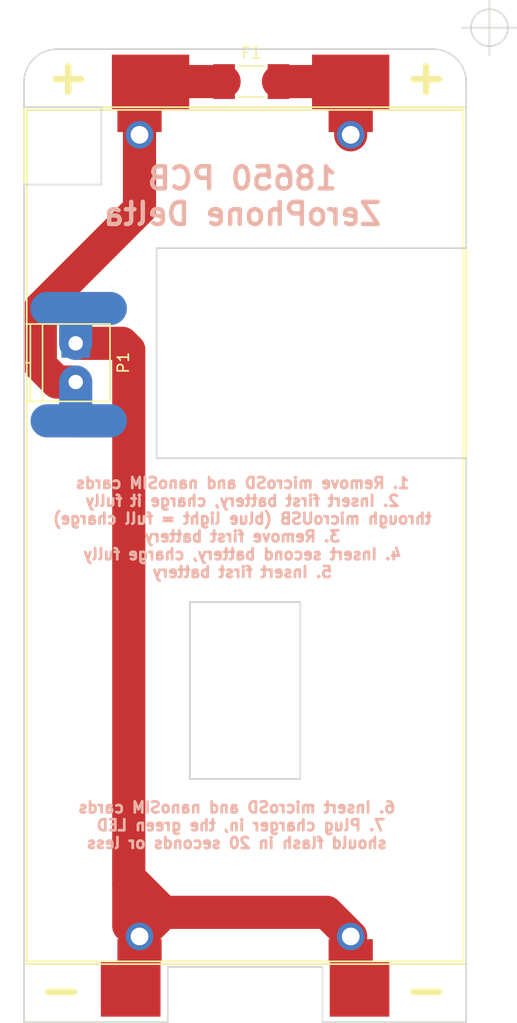
<source format=kicad_pcb>
(kicad_pcb (version 4) (host pcbnew 4.0.6)

  (general
    (links 13)
    (no_connects 0)
    (area 129.924999 55.924999 170.075001 144.075001)
    (thickness 1.6)
    (drawings 30)
    (tracks 34)
    (zones 0)
    (modules 4)
    (nets 4)
  )

  (page A4)
  (layers
    (0 F.Cu signal)
    (31 B.Cu signal)
    (32 B.Adhes user)
    (33 F.Adhes user)
    (34 B.Paste user)
    (35 F.Paste user)
    (36 B.SilkS user)
    (37 F.SilkS user)
    (38 B.Mask user)
    (39 F.Mask user)
    (40 Dwgs.User user)
    (41 Cmts.User user)
    (42 Eco1.User user)
    (43 Eco2.User user)
    (44 Edge.Cuts user)
    (45 Margin user)
    (46 B.CrtYd user)
    (47 F.CrtYd user)
    (48 B.Fab user)
    (49 F.Fab user)
  )

  (setup
    (last_trace_width 3)
    (user_trace_width 3)
    (trace_clearance 0.2)
    (zone_clearance 0.508)
    (zone_45_only no)
    (trace_min 0.2)
    (segment_width 0.2)
    (edge_width 0.15)
    (via_size 0.6)
    (via_drill 0.4)
    (via_min_size 0.4)
    (via_min_drill 0.3)
    (uvia_size 0.3)
    (uvia_drill 0.1)
    (uvias_allowed no)
    (uvia_min_size 0.2)
    (uvia_min_drill 0.1)
    (pcb_text_width 0.3)
    (pcb_text_size 1.5 1.5)
    (mod_edge_width 0.15)
    (mod_text_size 1 1)
    (mod_text_width 0.15)
    (pad_size 2.6 2.6)
    (pad_drill 1.3)
    (pad_to_mask_clearance 0.2)
    (aux_axis_origin 172.09902 54.05724)
    (grid_origin 172.09902 54.05724)
    (visible_elements 7FFFFF7F)
    (pcbplotparams
      (layerselection 0x010f0_80000001)
      (usegerberextensions true)
      (usegerberattributes true)
      (excludeedgelayer true)
      (linewidth 0.200000)
      (plotframeref false)
      (viasonmask false)
      (mode 1)
      (useauxorigin false)
      (hpglpennumber 1)
      (hpglpenspeed 20)
      (hpglpendiameter 15)
      (hpglpenoverlay 2)
      (psnegative false)
      (psa4output false)
      (plotreference false)
      (plotvalue false)
      (plotinvisibletext false)
      (padsonsilk false)
      (subtractmaskfromsilk false)
      (outputformat 1)
      (mirror false)
      (drillshape 0)
      (scaleselection 1)
      (outputdirectory gerbers/))
  )

  (net 0 "")
  (net 1 "Net-(BT1-Pad1)")
  (net 2 "Net-(BT1-Pad3)")
  (net 3 "Net-(BT1-Pad2)")

  (net_class Default "This is the default net class."
    (clearance 0.2)
    (trace_width 0.25)
    (via_dia 0.6)
    (via_drill 0.4)
    (uvia_dia 0.3)
    (uvia_drill 0.1)
    (add_net "Net-(BT1-Pad1)")
    (add_net "Net-(BT1-Pad2)")
    (add_net "Net-(BT1-Pad3)")
  )

  (module footprints:BLM_18650_PC4 (layer F.Cu) (tedit 59A8AD24) (tstamp 590D15A9)
    (at 150 100)
    (path /590D1DD3)
    (fp_text reference BT2 (at -17.67586 39.70804) (layer F.SilkS) hide
      (effects (font (size 1 1) (thickness 0.15)))
    )
    (fp_text value 2x_Battery_Holder (at -0.12138 -27.49196) (layer B.Fab) hide
      (effects (font (size 1 1) (thickness 0.15)) (justify mirror))
    )
    (fp_line (start -20 -38.75) (end -20 38.75) (layer F.SilkS) (width 0.15))
    (fp_line (start -20 38.75) (end 20 38.75) (layer F.SilkS) (width 0.15))
    (fp_line (start 20 -38.75) (end 20 38.75) (layer F.SilkS) (width 0.15))
    (fp_line (start -20 -38.75) (end 20 -38.75) (layer F.SilkS) (width 0.15))
    (pad 1 thru_hole circle (at -9.55 -36.25) (size 2.5 2.5) (drill 1.6) (layers *.Cu *.Mask)
      (net 1 "Net-(BT1-Pad1)"))
    (pad 2 thru_hole circle (at 9.55 -36.25) (size 2.5 2.5) (drill 1.6) (layers *.Cu *.Mask)
      (net 3 "Net-(BT1-Pad2)"))
    (pad 3 thru_hole circle (at -9.55 36.25) (size 2.5 2.5) (drill 1.6) (layers *.Cu *.Mask)
      (net 2 "Net-(BT1-Pad3)"))
    (pad 4 thru_hole circle (at 9.55 36.25) (size 2.5 2.5) (drill 1.6) (layers *.Cu *.Mask)
      (net 2 "Net-(BT1-Pad3)"))
  )

  (module footprints:KEYSTONE_1048 (layer F.Cu) (tedit 59A8AD20) (tstamp 590D2338)
    (at 150 100)
    (path /590D1921)
    (fp_text reference BT1 (at -17.62138 37.30804) (layer F.SilkS) hide
      (effects (font (size 1 1) (thickness 0.15)))
    )
    (fp_text value 2x_Battery_Holder (at 0.37862 -29.59196) (layer F.Fab) hide
      (effects (font (size 1 1) (thickness 0.15)))
    )
    (fp_line (start -19.75 -38.5) (end -19.75 38.5) (layer F.SilkS) (width 0.15))
    (fp_line (start -19.75 38.5) (end 19.75 38.5) (layer F.SilkS) (width 0.15))
    (fp_line (start 19.75 -38.5) (end 19.75 38.5) (layer F.SilkS) (width 0.15))
    (fp_line (start -19.75 -38.5) (end 19.75 -38.5) (layer F.SilkS) (width 0.15))
    (pad 1 smd rect (at -8.55 -41) (size 7 5) (layers F.Cu F.Paste F.Mask)
      (net 1 "Net-(BT1-Pad1)"))
    (pad 2 smd rect (at 9.55 -41) (size 7 5) (layers F.Cu F.Paste F.Mask)
      (net 3 "Net-(BT1-Pad2)"))
    (pad 3 smd rect (at -10.35 41) (size 5.4 5) (layers F.Cu F.Paste F.Mask)
      (net 2 "Net-(BT1-Pad3)"))
    (pad 4 smd rect (at 10.35 41) (size 5.4 5) (layers F.Cu F.Paste F.Mask)
      (net 2 "Net-(BT1-Pad3)"))
    (pad "" np_thru_hole circle (at 17.2 -36) (size 1.7 1.7) (drill 1.7) (layers *.Cu *.Mask))
    (pad "" np_thru_hole circle (at -17.5 -27.5) (size 3 3) (drill 3) (layers *.Cu *.Mask))
    (pad "" np_thru_hole circle (at 17.5 27.5) (size 3 3) (drill 3) (layers *.Cu *.Mask))
    (pad 1 smd rect (at -9.55 -37.5) (size 4 2) (layers F.Cu F.Paste F.Mask)
      (net 1 "Net-(BT1-Pad1)"))
    (pad 2 smd rect (at 9.55 -37.5) (size 4 2) (layers F.Cu F.Paste F.Mask)
      (net 3 "Net-(BT1-Pad2)"))
    (pad 3 smd rect (at -9.55 37.5) (size 4 2) (layers F.Cu F.Paste F.Mask)
      (net 2 "Net-(BT1-Pad3)"))
    (pad 4 smd rect (at 9.55 37.5) (size 4 2) (layers F.Cu F.Paste F.Mask)
      (net 2 "Net-(BT1-Pad3)"))
  )

  (module Terminal_Blocks:TerminalBlock_Pheonix_PT-3.5mm_2pol (layer F.Cu) (tedit 59A89AF0) (tstamp 590D20A7)
    (at 134.67862 82.60804 270)
    (descr "2-way 3.5mm pitch terminal block, Phoenix PT series")
    (path /590D1D4A)
    (fp_text reference P1 (at 1.75 -4.3 270) (layer F.SilkS)
      (effects (font (size 1 1) (thickness 0.15)))
    )
    (fp_text value CONN_01X02 (at 1.75 6 270) (layer F.Fab)
      (effects (font (size 1 1) (thickness 0.15)))
    )
    (fp_line (start -1.9 -3.3) (end 5.4 -3.3) (layer F.CrtYd) (width 0.05))
    (fp_line (start -1.9 4.7) (end -1.9 -3.3) (layer F.CrtYd) (width 0.05))
    (fp_line (start 5.4 4.7) (end -1.9 4.7) (layer F.CrtYd) (width 0.05))
    (fp_line (start 5.4 -3.3) (end 5.4 4.7) (layer F.CrtYd) (width 0.05))
    (fp_line (start 1.75 4.1) (end 1.75 4.5) (layer F.SilkS) (width 0.15))
    (fp_line (start -1.75 3) (end 5.25 3) (layer F.SilkS) (width 0.15))
    (fp_line (start -1.75 4.1) (end 5.25 4.1) (layer F.SilkS) (width 0.15))
    (fp_line (start -1.75 -3.1) (end -1.75 4.5) (layer F.SilkS) (width 0.15))
    (fp_line (start 5.25 4.5) (end 5.25 -3.1) (layer F.SilkS) (width 0.15))
    (fp_line (start 5.25 -3.1) (end -1.75 -3.1) (layer F.SilkS) (width 0.15))
    (pad 2 thru_hole circle (at 3.5 0 270) (size 2.6 2.6) (drill 1.3) (layers *.Cu *.Mask)
      (net 1 "Net-(BT1-Pad1)"))
    (pad 1 thru_hole rect (at 0 0 270) (size 2.6 2.6) (drill 1.3) (layers *.Cu *.Mask)
      (net 2 "Net-(BT1-Pad3)"))
  )

  (module Fuse_Holders_and_Fuses:Fuse_0679H (layer F.Cu) (tedit 581264AC) (tstamp 59A89C3E)
    (at 150.55982 58.93404)
    (descr "0679H Series, 2410 Size")
    (tags Fuse)
    (path /59A89BD5)
    (attr smd)
    (fp_text reference F1 (at 0 -2.6) (layer F.SilkS)
      (effects (font (size 1 1) (thickness 0.15)))
    )
    (fp_text value 1A (at 0 2.6) (layer F.Fab)
      (effects (font (size 1 1) (thickness 0.15)))
    )
    (fp_line (start -3.7 1.85) (end -3.7 -1.85) (layer F.CrtYd) (width 0.05))
    (fp_line (start 3.7 1.85) (end -3.7 1.85) (layer F.CrtYd) (width 0.05))
    (fp_line (start 3.7 -1.85) (end 3.7 1.85) (layer F.CrtYd) (width 0.05))
    (fp_line (start -3.7 -1.85) (end 3.7 -1.85) (layer F.CrtYd) (width 0.05))
    (fp_line (start -1.2 1.4) (end 1.2 1.4) (layer F.SilkS) (width 0.12))
    (fp_line (start -1.2 -1.4) (end 1.2 -1.4) (layer F.SilkS) (width 0.12))
    (fp_line (start -3.05 1.27) (end -3.05 -1.27) (layer F.Fab) (width 0.1))
    (fp_line (start 3.05 1.27) (end -3.05 1.27) (layer F.Fab) (width 0.1))
    (fp_line (start 3.05 -1.27) (end 3.05 1.27) (layer F.Fab) (width 0.1))
    (fp_line (start -3.05 -1.27) (end 3.05 -1.27) (layer F.Fab) (width 0.1))
    (pad 2 smd rect (at 2.46 0) (size 1.96 3.15) (layers F.Cu F.Paste F.Mask)
      (net 3 "Net-(BT1-Pad2)"))
    (pad 1 smd rect (at -2.46 0) (size 1.96 3.15) (layers F.Cu F.Paste F.Mask)
      (net 1 "Net-(BT1-Pad1)"))
  )

  (gr_text "6. Insert microSD and nanoSIM cards\n7. Plug charger in, the green LED \nshould flash in 20 seconds or less" (at 149.23902 126.19324) (layer B.SilkS)
    (effects (font (size 1 1) (thickness 0.25)) (justify mirror))
  )
  (gr_text "1. Remove microSD and nanoSIM cards\n2. Insert first battery, charge it fully\nthrough microUSB (blue light = full charge)\n3. Remove first battery\n4. Insert second battery, charge fully\n5. Insert first battery" (at 149.74702 99.26924) (layer B.SilkS)
    (effects (font (size 1 1) (thickness 0.25)) (justify mirror))
  )
  (gr_text - (at 166.38402 141.05224) (layer F.SilkS) (tstamp 59A8ADBD)
    (effects (font (size 3 3) (thickness 0.6)))
  )
  (gr_text - (at 133.36402 141.05224) (layer F.SilkS) (tstamp 59A8ADAE)
    (effects (font (size 3 3) (thickness 0.6)))
  )
  (gr_text + (at 166.38402 58.50224) (layer F.SilkS) (tstamp 59A8AD9D)
    (effects (font (size 3 3) (thickness 0.6)))
  )
  (gr_text + (at 133.99902 58.50224) (layer F.SilkS)
    (effects (font (size 3 3) (thickness 0.6)))
  )
  (gr_text "18650 PCB\nZeroPhone Delta" (at 149.74702 69.29724) (layer B.SilkS)
    (effects (font (size 2 2) (thickness 0.4)) (justify mirror))
  )
  (target plus (at 172.09902 54.05724) (size 5) (width 0.15) (layer Edge.Cuts))
  (gr_line (start 137 61.25) (end 130 61.25) (layer Edge.Cuts) (width 0.15))
  (gr_line (start 137 61.25) (end 137 68.25) (layer Edge.Cuts) (width 0.15))
  (gr_line (start 130 68.25) (end 137 68.25) (layer Edge.Cuts) (width 0.15))
  (gr_line (start 130 144) (end 130 68.25) (layer Edge.Cuts) (width 0.15))
  (gr_line (start 145 106) (end 145 122) (layer Edge.Cuts) (width 0.15))
  (gr_line (start 145 122) (end 155 122) (layer Edge.Cuts) (width 0.15))
  (gr_line (start 155 106) (end 155 122) (layer Edge.Cuts) (width 0.15))
  (gr_line (start 145 106) (end 155 106) (layer Edge.Cuts) (width 0.15))
  (gr_line (start 170 144) (end 170 93) (layer Edge.Cuts) (width 0.15))
  (gr_line (start 142 93) (end 170 93) (layer Edge.Cuts) (width 0.15))
  (gr_line (start 142 74) (end 142 93) (layer Edge.Cuts) (width 0.15))
  (gr_line (start 142 74) (end 170 74) (layer Edge.Cuts) (width 0.15))
  (gr_arc (start 133 59) (end 130 59) (angle 90) (layer Edge.Cuts) (width 0.15))
  (gr_arc (start 167 59) (end 167 56) (angle 90) (layer Edge.Cuts) (width 0.15))
  (gr_line (start 130 61.25) (end 130 59) (layer Edge.Cuts) (width 0.15))
  (gr_line (start 143 144) (end 130 144) (layer Edge.Cuts) (width 0.15))
  (gr_line (start 143 139) (end 143 144) (layer Edge.Cuts) (width 0.15))
  (gr_line (start 143 139) (end 157 139) (layer Edge.Cuts) (width 0.15))
  (gr_line (start 157 139) (end 157 144) (layer Edge.Cuts) (width 0.15))
  (gr_line (start 170 144) (end 157 144) (layer Edge.Cuts) (width 0.15))
  (gr_line (start 170 74) (end 170 59) (layer Edge.Cuts) (width 0.15))
  (gr_line (start 133 56) (end 167 56) (layer Edge.Cuts) (width 0.15))

  (segment (start 137.80902 89.61724) (end 132.09402 89.61724) (width 3) (layer B.Cu) (net 1))
  (segment (start 134.63402 89.61724) (end 137.80902 89.61724) (width 3) (layer B.Cu) (net 1))
  (segment (start 134.67862 89.57264) (end 134.63402 89.61724) (width 3) (layer B.Cu) (net 1))
  (segment (start 134.67862 86.10804) (end 134.67862 89.57264) (width 3) (layer B.Cu) (net 1))
  (segment (start 148.09982 58.93404) (end 141.51596 58.93404) (width 3) (layer F.Cu) (net 1))
  (segment (start 141.51596 58.93404) (end 141.45 59) (width 3) (layer F.Cu) (net 1))
  (segment (start 131.47861 79.43765) (end 140.45 70.46626) (width 3) (layer F.Cu) (net 1))
  (segment (start 140.45 70.46626) (end 140.45 63.75) (width 3) (layer F.Cu) (net 1))
  (segment (start 134.67862 86.10804) (end 132.981564 86.10804) (width 3) (layer F.Cu) (net 1))
  (segment (start 131.47861 84.605086) (end 131.47861 79.43765) (width 3) (layer F.Cu) (net 1))
  (segment (start 132.981564 86.10804) (end 131.47861 84.605086) (width 3) (layer F.Cu) (net 1))
  (segment (start 140.45 59) (end 140.45 63.75) (width 3) (layer F.Cu) (net 1))
  (segment (start 139.47862 128.98724) (end 139.47862 131.52724) (width 3) (layer F.Cu) (net 2))
  (segment (start 139.47862 128.98724) (end 139.47862 130.9131) (width 3) (layer F.Cu) (net 2))
  (segment (start 139.47862 83.20804) (end 139.47862 128.98724) (width 3) (layer F.Cu) (net 2))
  (segment (start 139.47862 130.9131) (end 142.63276 134.06724) (width 3) (layer F.Cu) (net 2))
  (segment (start 139.47862 131.52724) (end 139.47862 135.27862) (width 3) (layer F.Cu) (net 2))
  (segment (start 142.63276 134.06724) (end 142.01862 134.06724) (width 3) (layer F.Cu) (net 2))
  (segment (start 142.01862 134.06724) (end 139.47862 131.52724) (width 3) (layer F.Cu) (net 2))
  (segment (start 159.55 136.25) (end 157.36724 134.06724) (width 3) (layer F.Cu) (net 2))
  (segment (start 142.63276 134.06724) (end 157.36724 134.06724) (width 3) (layer F.Cu) (net 2))
  (segment (start 140.45 136.25) (end 142.63276 134.06724) (width 3) (layer F.Cu) (net 2))
  (segment (start 132.09402 79.45724) (end 137.80902 79.45724) (width 3) (layer B.Cu) (net 2))
  (segment (start 134.63402 79.45724) (end 132.09402 79.45724) (width 3) (layer B.Cu) (net 2))
  (segment (start 134.67862 79.50184) (end 134.63402 79.45724) (width 3) (layer B.Cu) (net 2))
  (segment (start 134.67862 82.60804) (end 134.67862 79.50184) (width 3) (layer B.Cu) (net 2))
  (segment (start 134.67862 82.60804) (end 138.87862 82.60804) (width 3) (layer F.Cu) (net 2))
  (segment (start 138.87862 82.60804) (end 139.47862 83.20804) (width 3) (layer F.Cu) (net 2))
  (segment (start 139.47862 135.27862) (end 140.45 136.25) (width 3) (layer F.Cu) (net 2))
  (segment (start 159.55 136.25) (end 159.55 141) (width 3) (layer F.Cu) (net 2))
  (segment (start 140.45 141) (end 140.45 136.25) (width 3) (layer F.Cu) (net 2))
  (segment (start 153.01982 58.93404) (end 159.48404 58.93404) (width 3) (layer F.Cu) (net 3))
  (segment (start 159.48404 58.93404) (end 159.55 59) (width 3) (layer F.Cu) (net 3))
  (segment (start 159.55 59) (end 159.55 63.75) (width 3) (layer F.Cu) (net 3))

  (zone (net 0) (net_name "") (layer B.Mask) (tstamp 0) (hatch edge 0.508)
    (connect_pads (clearance 0.508))
    (min_thickness 0.254)
    (fill yes (arc_segments 16) (thermal_gap 0.508) (thermal_bridge_width 0.508))
    (polygon
      (pts
        (xy 130.18902 77.55224) (xy 140.34902 77.55224) (xy 140.34902 81.36224) (xy 130.18902 81.36224)
      )
    )
    (filled_polygon
      (pts
        (xy 140.22202 81.23524) (xy 130.31602 81.23524) (xy 130.31602 77.67924) (xy 140.22202 77.67924)
      )
    )
  )
  (zone (net 0) (net_name "") (layer B.Mask) (tstamp 0) (hatch edge 0.508)
    (connect_pads (clearance 0.508))
    (min_thickness 0.254)
    (fill yes (arc_segments 16) (thermal_gap 0.508) (thermal_bridge_width 0.508))
    (polygon
      (pts
        (xy 130.18902 87.71224) (xy 140.34902 87.71224) (xy 140.34902 91.52224) (xy 130.18902 91.52224)
      )
    )
    (filled_polygon
      (pts
        (xy 140.22202 91.39524) (xy 130.31602 91.39524) (xy 130.31602 87.83924) (xy 140.22202 87.83924)
      )
    )
  )
)

</source>
